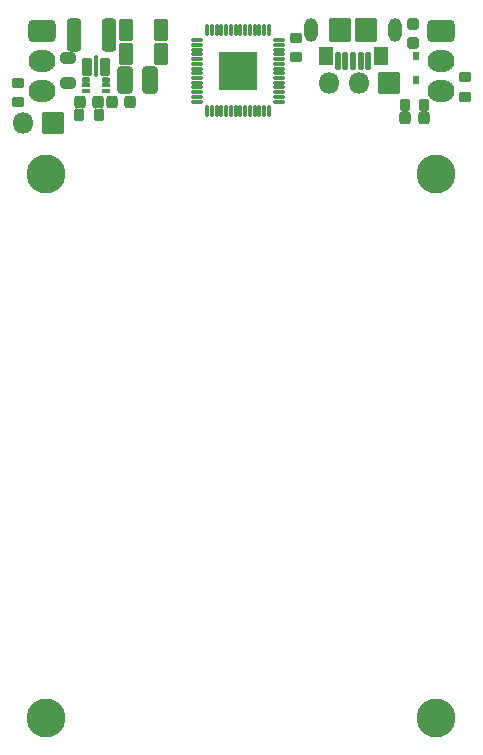
<source format=gts>
G04 #@! TF.GenerationSoftware,KiCad,Pcbnew,(6.0.7)*
G04 #@! TF.CreationDate,2022-10-27T11:39:27+02:00*
G04 #@! TF.ProjectId,FluidPresenceSensor,466c7569-6450-4726-9573-656e63655365,rev?*
G04 #@! TF.SameCoordinates,Original*
G04 #@! TF.FileFunction,Soldermask,Top*
G04 #@! TF.FilePolarity,Negative*
%FSLAX46Y46*%
G04 Gerber Fmt 4.6, Leading zero omitted, Abs format (unit mm)*
G04 Created by KiCad (PCBNEW (6.0.7)) date 2022-10-27 11:39:27*
%MOMM*%
%LPD*%
G01*
G04 APERTURE LIST*
G04 Aperture macros list*
%AMRoundRect*
0 Rectangle with rounded corners*
0 $1 Rounding radius*
0 $2 $3 $4 $5 $6 $7 $8 $9 X,Y pos of 4 corners*
0 Add a 4 corners polygon primitive as box body*
4,1,4,$2,$3,$4,$5,$6,$7,$8,$9,$2,$3,0*
0 Add four circle primitives for the rounded corners*
1,1,$1+$1,$2,$3*
1,1,$1+$1,$4,$5*
1,1,$1+$1,$6,$7*
1,1,$1+$1,$8,$9*
0 Add four rect primitives between the rounded corners*
20,1,$1+$1,$2,$3,$4,$5,0*
20,1,$1+$1,$4,$5,$6,$7,0*
20,1,$1+$1,$6,$7,$8,$9,0*
20,1,$1+$1,$8,$9,$2,$3,0*%
G04 Aperture macros list end*
%ADD10RoundRect,0.250000X0.200000X0.275000X-0.200000X0.275000X-0.200000X-0.275000X0.200000X-0.275000X0*%
%ADD11RoundRect,0.300000X-0.375000X-0.850000X0.375000X-0.850000X0.375000X0.850000X-0.375000X0.850000X0*%
%ADD12RoundRect,0.050000X0.200000X0.700000X-0.200000X0.700000X-0.200000X-0.700000X0.200000X-0.700000X0*%
%ADD13RoundRect,0.050000X0.575000X0.725000X-0.575000X0.725000X-0.575000X-0.725000X0.575000X-0.725000X0*%
%ADD14RoundRect,0.050000X0.875000X0.950000X-0.875000X0.950000X-0.875000X-0.950000X0.875000X-0.950000X0*%
%ADD15O,1.150000X2.000000*%
%ADD16RoundRect,0.275000X-0.225000X-0.250000X0.225000X-0.250000X0.225000X0.250000X-0.225000X0.250000X0*%
%ADD17RoundRect,0.050000X-0.850000X0.850000X-0.850000X-0.850000X0.850000X-0.850000X0.850000X0.850000X0*%
%ADD18O,1.800000X1.800000*%
%ADD19C,3.300000*%
%ADD20RoundRect,0.268750X-0.381250X0.218750X-0.381250X-0.218750X0.381250X-0.218750X0.381250X0.218750X0*%
%ADD21RoundRect,0.100000X-0.387500X-0.050000X0.387500X-0.050000X0.387500X0.050000X-0.387500X0.050000X0*%
%ADD22RoundRect,0.100000X-0.050000X-0.387500X0.050000X-0.387500X0.050000X0.387500X-0.050000X0.387500X0*%
%ADD23RoundRect,0.050000X-1.600000X-1.600000X1.600000X-1.600000X1.600000X1.600000X-1.600000X1.600000X0*%
%ADD24RoundRect,0.275000X0.225000X0.250000X-0.225000X0.250000X-0.225000X-0.250000X0.225000X-0.250000X0*%
%ADD25RoundRect,0.250000X-0.200000X-0.525000X0.200000X-0.525000X0.200000X0.525000X-0.200000X0.525000X0*%
%ADD26RoundRect,0.125000X-0.225000X-0.075000X0.225000X-0.075000X0.225000X0.075000X-0.225000X0.075000X0*%
%ADD27RoundRect,0.125000X-0.075000X-0.787500X0.075000X-0.787500X0.075000X0.787500X-0.075000X0.787500X0*%
%ADD28RoundRect,0.250000X0.275000X-0.200000X0.275000X0.200000X-0.275000X0.200000X-0.275000X-0.200000X0*%
%ADD29RoundRect,0.050000X-0.225000X0.300000X-0.225000X-0.300000X0.225000X-0.300000X0.225000X0.300000X0*%
%ADD30RoundRect,0.300000X-0.325000X-0.650000X0.325000X-0.650000X0.325000X0.650000X-0.325000X0.650000X0*%
%ADD31RoundRect,0.250000X-0.200000X-0.275000X0.200000X-0.275000X0.200000X0.275000X-0.200000X0.275000X0*%
%ADD32RoundRect,0.250000X-0.275000X0.200000X-0.275000X-0.200000X0.275000X-0.200000X0.275000X0.200000X0*%
%ADD33RoundRect,0.300000X0.325000X1.100000X-0.325000X1.100000X-0.325000X-1.100000X0.325000X-1.100000X0*%
%ADD34RoundRect,0.268750X-0.256250X0.218750X-0.256250X-0.218750X0.256250X-0.218750X0.256250X0.218750X0*%
%ADD35RoundRect,0.300000X-0.845000X0.620000X-0.845000X-0.620000X0.845000X-0.620000X0.845000X0.620000X0*%
%ADD36O,2.290000X1.840000*%
%ADD37RoundRect,0.050000X0.850000X-0.850000X0.850000X0.850000X-0.850000X0.850000X-0.850000X-0.850000X0*%
G04 APERTURE END LIST*
D10*
X82975000Y-38450000D03*
X81325000Y-38450000D03*
D11*
X85150000Y-35550000D03*
X87300000Y-35550000D03*
D12*
X105800000Y-33900000D03*
X105150000Y-33900000D03*
X104500000Y-33900000D03*
X103850000Y-33900000D03*
X103200000Y-33900000D03*
D13*
X102180000Y-33480000D03*
D14*
X103375000Y-31250000D03*
X105625000Y-31250000D03*
D15*
X108075000Y-31250000D03*
X100925000Y-31250000D03*
D13*
X106820000Y-33480000D03*
D16*
X108925000Y-38750000D03*
X110475000Y-38750000D03*
D17*
X79050000Y-39175000D03*
D18*
X76510000Y-39175000D03*
D19*
X78500000Y-89500000D03*
D20*
X80400000Y-33637500D03*
X80400000Y-35762500D03*
D19*
X111500000Y-43500000D03*
D21*
X91312500Y-32150000D03*
X91312500Y-32550000D03*
X91312500Y-32950000D03*
X91312500Y-33350000D03*
X91312500Y-33750000D03*
X91312500Y-34150000D03*
X91312500Y-34550000D03*
X91312500Y-34950000D03*
X91312500Y-35350000D03*
X91312500Y-35750000D03*
X91312500Y-36150000D03*
X91312500Y-36550000D03*
X91312500Y-36950000D03*
X91312500Y-37350000D03*
D22*
X92150000Y-38187500D03*
X92550000Y-38187500D03*
X92950000Y-38187500D03*
X93350000Y-38187500D03*
X93750000Y-38187500D03*
X94150000Y-38187500D03*
X94550000Y-38187500D03*
X94950000Y-38187500D03*
X95350000Y-38187500D03*
X95750000Y-38187500D03*
X96150000Y-38187500D03*
X96550000Y-38187500D03*
X96950000Y-38187500D03*
X97350000Y-38187500D03*
D21*
X98187500Y-37350000D03*
X98187500Y-36950000D03*
X98187500Y-36550000D03*
X98187500Y-36150000D03*
X98187500Y-35750000D03*
X98187500Y-35350000D03*
X98187500Y-34950000D03*
X98187500Y-34550000D03*
X98187500Y-34150000D03*
X98187500Y-33750000D03*
X98187500Y-33350000D03*
X98187500Y-32950000D03*
X98187500Y-32550000D03*
X98187500Y-32150000D03*
D22*
X97350000Y-31312500D03*
X96950000Y-31312500D03*
X96550000Y-31312500D03*
X96150000Y-31312500D03*
X95750000Y-31312500D03*
X95350000Y-31312500D03*
X94950000Y-31312500D03*
X94550000Y-31312500D03*
X94150000Y-31312500D03*
X93750000Y-31312500D03*
X93350000Y-31312500D03*
X92950000Y-31312500D03*
X92550000Y-31312500D03*
X92150000Y-31312500D03*
D23*
X94750000Y-34750000D03*
D24*
X85600000Y-37350000D03*
X84050000Y-37350000D03*
D25*
X81975000Y-34462500D03*
D26*
X81875000Y-35512500D03*
X81875000Y-35962500D03*
X81875000Y-36412500D03*
X83575000Y-36412500D03*
X83575000Y-35962500D03*
X83575000Y-35512500D03*
D25*
X83475000Y-34462500D03*
D27*
X82725000Y-34325000D03*
D28*
X114000000Y-36925000D03*
X114000000Y-35275000D03*
D29*
X109800000Y-33450000D03*
X109800000Y-35550000D03*
D30*
X85250000Y-33300000D03*
X88200000Y-33300000D03*
D19*
X111500000Y-89500000D03*
D31*
X108875000Y-37650000D03*
X110525000Y-37650000D03*
D24*
X82925000Y-37350000D03*
X81375000Y-37350000D03*
D32*
X76100000Y-35775000D03*
X76100000Y-37425000D03*
D19*
X78500000Y-43500000D03*
D30*
X85250000Y-31300000D03*
X88200000Y-31300000D03*
D33*
X83800000Y-31750000D03*
X80850000Y-31750000D03*
D34*
X109600000Y-30812500D03*
X109600000Y-32387500D03*
D28*
X99650000Y-33575000D03*
X99650000Y-31925000D03*
D35*
X111920000Y-31360000D03*
D36*
X111920000Y-33900000D03*
X111920000Y-36440000D03*
D37*
X107500000Y-35750000D03*
D18*
X104960000Y-35750000D03*
X102420000Y-35750000D03*
D35*
X78170000Y-31360000D03*
D36*
X78170000Y-33900000D03*
X78170000Y-36440000D03*
G36*
X109232251Y-38116027D02*
G01*
X109231670Y-38117571D01*
X109217530Y-38131735D01*
X109216927Y-38132150D01*
X109199298Y-38139981D01*
X109173777Y-38166829D01*
X109174704Y-38203427D01*
X109201462Y-38228863D01*
X109212270Y-38231612D01*
X109220220Y-38232658D01*
X109220804Y-38232828D01*
X109236790Y-38240282D01*
X109237937Y-38241921D01*
X109237092Y-38243733D01*
X109235555Y-38244057D01*
X109149801Y-38227000D01*
X108700199Y-38227000D01*
X108603345Y-38246265D01*
X108601451Y-38245622D01*
X108601061Y-38243660D01*
X108601480Y-38242952D01*
X108622025Y-38220532D01*
X108620426Y-38183918D01*
X108597300Y-38161251D01*
X108596763Y-38159325D01*
X108598163Y-38157896D01*
X108599090Y-38157861D01*
X108675199Y-38173000D01*
X109074801Y-38173000D01*
X109169892Y-38154085D01*
X109229144Y-38114495D01*
X109231140Y-38114364D01*
X109232251Y-38116027D01*
G37*
G36*
X110171044Y-38114620D02*
G01*
X110230108Y-38154085D01*
X110325199Y-38173000D01*
X110724801Y-38173000D01*
X110801058Y-38157832D01*
X110802952Y-38158475D01*
X110803342Y-38160437D01*
X110802898Y-38161172D01*
X110778331Y-38187014D01*
X110779259Y-38223653D01*
X110798083Y-38242825D01*
X110798583Y-38244761D01*
X110797156Y-38246163D01*
X110796266Y-38246188D01*
X110699801Y-38227000D01*
X110250199Y-38227000D01*
X110164447Y-38244057D01*
X110162553Y-38243414D01*
X110162163Y-38241452D01*
X110163212Y-38240282D01*
X110179197Y-38232828D01*
X110179781Y-38232658D01*
X110187364Y-38231660D01*
X110219442Y-38213139D01*
X110228918Y-38177776D01*
X110210459Y-38145806D01*
X110200794Y-38140073D01*
X110183435Y-38132398D01*
X110182831Y-38131984D01*
X110168520Y-38117698D01*
X110168001Y-38115767D01*
X110169414Y-38114352D01*
X110171044Y-38114620D01*
G37*
G36*
X81150199Y-37873000D02*
G01*
X81599801Y-37873000D01*
X81685553Y-37855943D01*
X81687447Y-37856586D01*
X81687837Y-37858548D01*
X81686788Y-37859718D01*
X81670803Y-37867172D01*
X81670219Y-37867342D01*
X81662636Y-37868340D01*
X81630558Y-37886861D01*
X81621082Y-37922224D01*
X81639541Y-37954194D01*
X81649206Y-37959927D01*
X81666565Y-37967602D01*
X81667169Y-37968016D01*
X81681480Y-37982302D01*
X81681999Y-37984233D01*
X81680586Y-37985648D01*
X81678956Y-37985380D01*
X81619892Y-37945915D01*
X81524801Y-37927000D01*
X81125199Y-37927000D01*
X81048942Y-37942168D01*
X81047048Y-37941525D01*
X81046658Y-37939563D01*
X81047102Y-37938828D01*
X81071669Y-37912986D01*
X81070741Y-37876347D01*
X81051917Y-37857175D01*
X81051417Y-37855239D01*
X81052844Y-37853837D01*
X81053734Y-37853812D01*
X81150199Y-37873000D01*
G37*
G36*
X83248549Y-37854378D02*
G01*
X83248939Y-37856340D01*
X83248520Y-37857048D01*
X83227975Y-37879468D01*
X83229574Y-37916082D01*
X83252700Y-37938749D01*
X83253237Y-37940675D01*
X83251837Y-37942104D01*
X83250910Y-37942139D01*
X83174801Y-37927000D01*
X82775199Y-37927000D01*
X82680108Y-37945915D01*
X82620856Y-37985505D01*
X82618860Y-37985636D01*
X82617749Y-37983973D01*
X82618330Y-37982429D01*
X82632470Y-37968265D01*
X82633073Y-37967850D01*
X82650702Y-37960019D01*
X82676223Y-37933171D01*
X82675296Y-37896573D01*
X82648538Y-37871137D01*
X82637730Y-37868388D01*
X82629780Y-37867342D01*
X82629196Y-37867172D01*
X82613210Y-37859718D01*
X82612063Y-37858079D01*
X82612908Y-37856267D01*
X82614445Y-37855943D01*
X82700199Y-37873000D01*
X83149801Y-37873000D01*
X83246655Y-37853735D01*
X83248549Y-37854378D01*
G37*
G36*
X83857269Y-36147884D02*
G01*
X83856936Y-36149126D01*
X83837531Y-36178167D01*
X83844717Y-36214294D01*
X83854598Y-36224175D01*
X83855116Y-36226107D01*
X83853702Y-36227521D01*
X83852073Y-36227252D01*
X83847056Y-36223900D01*
X83799801Y-36214500D01*
X83350199Y-36214500D01*
X83302944Y-36223900D01*
X83295838Y-36228648D01*
X83293842Y-36228779D01*
X83292731Y-36227116D01*
X83293064Y-36225874D01*
X83312469Y-36196833D01*
X83305283Y-36160706D01*
X83295402Y-36150825D01*
X83294884Y-36148893D01*
X83296298Y-36147479D01*
X83297927Y-36147748D01*
X83302944Y-36151100D01*
X83350199Y-36160500D01*
X83799801Y-36160500D01*
X83847056Y-36151100D01*
X83854162Y-36146352D01*
X83856158Y-36146221D01*
X83857269Y-36147884D01*
G37*
G36*
X82157269Y-36147884D02*
G01*
X82156936Y-36149126D01*
X82137531Y-36178167D01*
X82144717Y-36214294D01*
X82154598Y-36224175D01*
X82155116Y-36226107D01*
X82153702Y-36227521D01*
X82152073Y-36227252D01*
X82147056Y-36223900D01*
X82099801Y-36214500D01*
X81650199Y-36214500D01*
X81602944Y-36223900D01*
X81595838Y-36228648D01*
X81593842Y-36228779D01*
X81592731Y-36227116D01*
X81593064Y-36225874D01*
X81612469Y-36196833D01*
X81605283Y-36160706D01*
X81595402Y-36150825D01*
X81594884Y-36148893D01*
X81596298Y-36147479D01*
X81597927Y-36147748D01*
X81602944Y-36151100D01*
X81650199Y-36160500D01*
X82099801Y-36160500D01*
X82147056Y-36151100D01*
X82154162Y-36146352D01*
X82156158Y-36146221D01*
X82157269Y-36147884D01*
G37*
G36*
X82157269Y-35697884D02*
G01*
X82156936Y-35699126D01*
X82137531Y-35728167D01*
X82144717Y-35764294D01*
X82154598Y-35774175D01*
X82155116Y-35776107D01*
X82153702Y-35777521D01*
X82152073Y-35777252D01*
X82147056Y-35773900D01*
X82099801Y-35764500D01*
X81650199Y-35764500D01*
X81602944Y-35773900D01*
X81595838Y-35778648D01*
X81593842Y-35778779D01*
X81592731Y-35777116D01*
X81593064Y-35775874D01*
X81612469Y-35746833D01*
X81605283Y-35710706D01*
X81595402Y-35700825D01*
X81594884Y-35698893D01*
X81596298Y-35697479D01*
X81597927Y-35697748D01*
X81602944Y-35701100D01*
X81650199Y-35710500D01*
X82099801Y-35710500D01*
X82147056Y-35701100D01*
X82154162Y-35696352D01*
X82156158Y-35696221D01*
X82157269Y-35697884D01*
G37*
G36*
X83857269Y-35697884D02*
G01*
X83856936Y-35699126D01*
X83837531Y-35728167D01*
X83844717Y-35764294D01*
X83854598Y-35774175D01*
X83855116Y-35776107D01*
X83853702Y-35777521D01*
X83852073Y-35777252D01*
X83847056Y-35773900D01*
X83799801Y-35764500D01*
X83350199Y-35764500D01*
X83302944Y-35773900D01*
X83295838Y-35778648D01*
X83293842Y-35778779D01*
X83292731Y-35777116D01*
X83293064Y-35775874D01*
X83312469Y-35746833D01*
X83305283Y-35710706D01*
X83295402Y-35700825D01*
X83294884Y-35698893D01*
X83296298Y-35697479D01*
X83297927Y-35697748D01*
X83302944Y-35701100D01*
X83350199Y-35710500D01*
X83799801Y-35710500D01*
X83847056Y-35701100D01*
X83854162Y-35696352D01*
X83856158Y-35696221D01*
X83857269Y-35697884D01*
G37*
G36*
X83759679Y-35219637D02*
G01*
X83760069Y-35221599D01*
X83759625Y-35222334D01*
X83737773Y-35245320D01*
X83738700Y-35281918D01*
X83765406Y-35307307D01*
X83782781Y-35310534D01*
X83784302Y-35311833D01*
X83783936Y-35313800D01*
X83782416Y-35314500D01*
X83350199Y-35314500D01*
X83302944Y-35323900D01*
X83297240Y-35327711D01*
X83295244Y-35327842D01*
X83294133Y-35326179D01*
X83294466Y-35324937D01*
X83313873Y-35295893D01*
X83306730Y-35259985D01*
X83275601Y-35239186D01*
X83275705Y-35239031D01*
X83274699Y-35238218D01*
X83275011Y-35236243D01*
X83276566Y-35235500D01*
X83674801Y-35235500D01*
X83757785Y-35218994D01*
X83759679Y-35219637D01*
G37*
G36*
X81775199Y-35235500D02*
G01*
X82174805Y-35235500D01*
X82176346Y-35235193D01*
X82177673Y-35235643D01*
X82178843Y-35234696D01*
X82248015Y-35220937D01*
X82249909Y-35221580D01*
X82250299Y-35223542D01*
X82249217Y-35224727D01*
X82231972Y-35232387D01*
X82231393Y-35232545D01*
X82179466Y-35238644D01*
X82178332Y-35238156D01*
X82177713Y-35238900D01*
X82145491Y-35256908D01*
X82135523Y-35292135D01*
X82152926Y-35323274D01*
X82152898Y-35325274D01*
X82151152Y-35326250D01*
X82150069Y-35325913D01*
X82147056Y-35323900D01*
X82099801Y-35314500D01*
X81667645Y-35314500D01*
X81665913Y-35313500D01*
X81665913Y-35311500D01*
X81666880Y-35310652D01*
X81701467Y-35296326D01*
X81715477Y-35262502D01*
X81701378Y-35228462D01*
X81693707Y-35223205D01*
X81692844Y-35221401D01*
X81693975Y-35219751D01*
X81695228Y-35219593D01*
X81775199Y-35235500D01*
G37*
M02*

</source>
